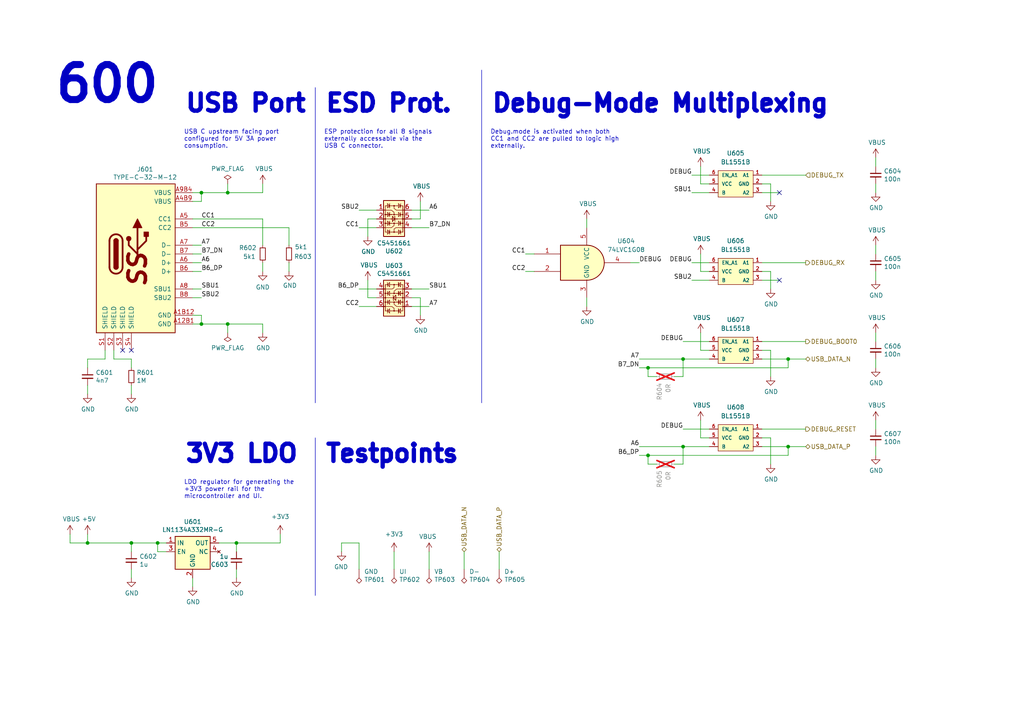
<source format=kicad_sch>
(kicad_sch (version 20231120) (generator "eeschema") (generator_version "8.0")
  (paper "A4")
  (lib_symbols
    (symbol "74xGxx:74LVC1G08"
      (property "Reference" "U" (at -5.08 7.62 0))
      (property "Value" "74LVC1G08" (at 7.62 -7.62 0))
      (symbol "74LVC1G08_0_1"
        (arc (start 0 -5.08) (mid 5.0579 0) (end 0 5.08) (stroke (width 0.254)) (fill (type background)))
        (polyline (pts (xy 0 -5.08) (xy -7.62 -5.08) (xy -7.62 5.08) (xy 0 5.08)) (stroke (width 0.254)) (fill (type background)))
      )
      (symbol "74LVC1G08_1_1"
        (pin input line (at -15.24 2.54 0) (length 7.62) (name "~") (number "1"))
        (pin input line (at -15.24 -2.54 0) (length 7.62) (name "~") (number "2"))
        (pin power_in line (at 0 -10.16 90) (length 5.08) (name "GND") (number "3"))
        (pin output line (at 12.7 0 180) (length 7.62) (name "~") (number "4"))
        (pin power_in line (at 0 10.16 270) (length 5.08) (name "VCC") (number "5"))
      )
    )
    (symbol "Connector:TestPoint_Alt" (pin_numbers hide) (pin_names (offset 0.762) hide)
      (property "Reference" "TP" (at 0 6.858 0))
      (property "Value" "TestPoint_Alt" (at 0 5.08 0))
      (symbol "TestPoint_Alt_0_1"
        (polyline (pts (xy 0 2.54) (xy -0.762 3.302) (xy 0 4.064) (xy 0.762 3.302) (xy 0 2.54)))
      )
      (symbol "TestPoint_Alt_1_1"
        (pin passive line (at 0 0 90) (length 2.54) (name "1") (number "1"))
      )
    )
    (symbol "power:+3V3" (power) (pin_names (offset 0))
      (property "Value" "+3V3" (at 0 3.556 0))
      (symbol "+3V3_0_1"
        (polyline (pts (xy -0.762 1.27) (xy 0 2.54)))
        (polyline (pts (xy 0 0) (xy 0 2.54)))
        (polyline (pts (xy 0 2.54) (xy 0.762 1.27)))
      )
      (symbol "+3V3_1_1"
        (pin power_in line (at 0 0 90) (length 0) hide (name "+3V3") (number "1"))
      )
    )
    (symbol "power:+5V" (power) (pin_names (offset 0))
      (property "Value" "+5V" (at 0 3.556 0))
      (symbol "+5V_0_1"
        (polyline (pts (xy -0.762 1.27) (xy 0 2.54)))
        (polyline (pts (xy 0 0) (xy 0 2.54)))
        (polyline (pts (xy 0 2.54) (xy 0.762 1.27)))
      )
      (symbol "+5V_1_1"
        (pin power_in line (at 0 0 90) (length 0) hide (name "+5V") (number "1"))
      )
    )
    (symbol "power:GND" (power) (pin_names (offset 0))
      (property "Value" "GND" (at 0 -3.81 0))
      (symbol "GND_0_1"
        (polyline (pts (xy 0 0) (xy 0 -1.27) (xy 1.27 -1.27) (xy 0 -2.54) (xy -1.27 -1.27) (xy 0 -1.27)))
      )
      (symbol "GND_1_1"
        (pin power_in line (at 0 0 270) (length 0) hide (name "GND") (number "1"))
      )
    )
    (symbol "power:PWR_FLAG" (power) (pin_numbers hide) (pin_names (offset 0) hide)
      (property "Value" "PWR_FLAG" (at 0 3.81 0))
      (symbol "PWR_FLAG_0_0"
        (pin power_out line (at 0 0 90) (length 0) (name "pwr") (number "1"))
      )
      (symbol "PWR_FLAG_0_1"
        (polyline (pts (xy 0 0) (xy 0 1.27) (xy -1.016 1.905) (xy 0 2.54) (xy 1.016 1.905) (xy 0 1.27)))
      )
    )
    (symbol "power:VBUS" (power) (pin_names (offset 0))
      (property "Value" "VBUS" (at 0 3.81 0))
      (symbol "VBUS_0_1"
        (polyline (pts (xy -0.762 1.27) (xy 0 2.54)))
        (polyline (pts (xy 0 0) (xy 0 2.54)))
        (polyline (pts (xy 0 2.54) (xy 0.762 1.27)))
      )
      (symbol "VBUS_1_1"
        (pin power_in line (at 0 0 90) (length 0) hide (name "VBUS") (number "1"))
      )
    )
    (symbol "suku_basics:BL1551B" (pin_names (offset 1.016))
      (property "Reference" "U" (at 0 5.08 0))
      (property "Value" "BL1551B" (at 0 -5.08 0))
      (symbol "BL1551B_0_1"
        (rectangle (start -5.08 3.81) (end 5.08 -3.81) (fill (type background)))
      )
      (symbol "BL1551B_1_1"
        (pin bidirectional line (at -7.62 2.54 0) (length 2.54) (name "A1") (number "1"))
        (pin power_in line (at -7.62 0 0) (length 2.54) (name "GND") (number "2"))
        (pin bidirectional line (at -7.62 -2.54 0) (length 2.54) (name "A2") (number "3"))
        (pin bidirectional line (at 7.62 -2.54 180) (length 2.54) (name "B") (number "4"))
        (pin power_in line (at 7.62 0 180) (length 2.54) (name "VCC") (number "5"))
        (pin input line (at 7.62 2.54 180) (length 2.54) (name "EN_A1") (number "6"))
      )
    )
    (symbol "suku_basics:CAP" (pin_numbers hide) (pin_names (offset 0.254) hide)
      (property "Reference" "C" (at 0.254 1.778 0))
      (property "Value" "CAP" (at 0.254 -2.032 0))
      (symbol "CAP_0_1"
        (polyline (pts (xy -1.524 -0.508) (xy 1.524 -0.508)) (stroke (width 0.3302)))
        (polyline (pts (xy -1.524 0.508) (xy 1.524 0.508)) (stroke (width 0.3048)))
      )
      (symbol "CAP_1_1"
        (pin passive line (at 0 2.54 270) (length 2.032) (name "~") (number "1"))
        (pin passive line (at 0 -2.54 90) (length 2.032) (name "~") (number "2"))
      )
    )
    (symbol "suku_basics:RES" (pin_numbers hide) (pin_names (offset 0.254) hide)
      (property "Reference" "R" (at 0.762 0.508 0))
      (property "Value" "RES" (at 0.762 -1.016 0))
      (symbol "RES_1_1"
        (rectangle (start -0.762 1.778) (end 0.762 -1.778) (stroke (width 0.2032)))
        (pin passive line (at 0 2.54 270) (length 0.762) (name "~") (number "1"))
        (pin passive line (at 0 -2.54 90) (length 0.762) (name "~") (number "2"))
      )
    )
    (symbol "suku_basics:USB_C_TYPE-C-32-M-12" (pin_names (offset 1.016))
      (property "Reference" "J" (at -10.16 44.45 0))
      (property "Value" "TYPE-C-32-M-12" (at 10.16 44.45 0))
      (symbol "USB_C_TYPE-C-32-M-12_0_0"
        (text "SS" (at -0.762 -4.445 900) (effects (font (size 5.08 5.08) (bold yes) (italic yes))))
      )
      (symbol "USB_C_TYPE-C-32-M-12_0_1"
        (rectangle (start -12.7 20.32) (end 10.16 -22.86) (stroke (width 0.254)) (fill (type background)))
        (arc (start -8.89 -3.81) (mid -6.985 -5.7067) (end -5.08 -3.81) (stroke (width 0.508)))
        (arc (start -7.62 -3.81) (mid -6.985 -4.4423) (end -6.35 -3.81) (stroke (width 0.254)))
        (arc (start -7.62 -3.81) (mid -6.985 -4.4423) (end -6.35 -3.81) (stroke (width 0.254)) (fill (type outline)))
        (rectangle (start -7.62 -3.81) (end -6.35 3.81) (stroke (width 0.254)) (fill (type outline)))
        (arc (start -6.35 3.81) (mid -6.985 4.4423) (end -7.62 3.81) (stroke (width 0.254)))
        (arc (start -6.35 3.81) (mid -6.985 4.4423) (end -7.62 3.81) (stroke (width 0.254)) (fill (type outline)))
        (arc (start -5.08 3.81) (mid -6.985 5.7067) (end -8.89 3.81) (stroke (width 0.508)))
        (circle (center -3.302 4.445) (radius 0.635) (stroke (width 0.254)) (fill (type outline)))
        (polyline (pts (xy -8.89 -3.81) (xy -8.89 3.81)) (stroke (width 0.508)))
        (polyline (pts (xy -5.08 3.81) (xy -5.08 -3.81)) (stroke (width 0.508)))
        (polyline (pts (xy -0.762 -1.27) (xy -0.762 7.62)) (stroke (width 0.508)))
        (polyline (pts (xy -0.762 0) (xy -3.302 2.54) (xy -3.302 3.81)) (stroke (width 0.508)))
        (polyline (pts (xy -0.762 1.27) (xy 1.778 3.81) (xy 1.778 5.08)) (stroke (width 0.508)))
        (polyline (pts (xy -2.032 7.62) (xy -0.762 10.16) (xy 0.508 7.62) (xy -2.032 7.62)) (stroke (width 0.254)) (fill (type outline)))
        (rectangle (start 1.143 5.08) (end 2.413 6.35) (stroke (width 0.254)) (fill (type outline)))
      )
      (symbol "USB_C_TYPE-C-32-M-12_1_1"
        (pin power_in line (at 15.24 -20.32 180) (length 5.08) (name "GND") (number "A12B1"))
        (pin power_in line (at 15.24 -17.78 180) (length 5.08) (name "GND") (number "A1B12"))
        (pin power_in line (at 15.24 15.24 180) (length 5.08) (name "VBUS") (number "A4B9"))
        (pin bidirectional line (at 15.24 10.16 180) (length 5.08) (name "CC1") (number "A5"))
        (pin bidirectional line (at 15.24 -2.54 180) (length 5.08) (name "D+") (number "A6"))
        (pin bidirectional line (at 15.24 2.54 180) (length 5.08) (name "D-") (number "A7"))
        (pin bidirectional line (at 15.24 -10.16 180) (length 5.08) (name "SBU1") (number "A8"))
        (pin power_in line (at 15.24 17.78 180) (length 5.08) (name "VBUS") (number "A9B4"))
        (pin bidirectional line (at 15.24 7.62 180) (length 5.08) (name "CC2") (number "B5"))
        (pin bidirectional line (at 15.24 -5.08 180) (length 5.08) (name "D+") (number "B6"))
        (pin bidirectional line (at 15.24 0 180) (length 5.08) (name "D-") (number "B7"))
        (pin bidirectional line (at 15.24 -12.7 180) (length 5.08) (name "SBU2") (number "B8"))
        (pin passive line (at -10.16 -27.94 90) (length 5.08) (name "SHIELD") (number "S1"))
        (pin passive line (at -7.62 -27.94 90) (length 5.08) (name "SHIELD") (number "S2"))
        (pin passive line (at -5.08 -27.94 90) (length 5.08) (name "SHIELD") (number "S3"))
        (pin passive line (at -2.54 -27.94 90) (length 5.08) (name "SHIELD") (number "S4"))
      )
    )
    (symbol "suku_basics:U_ESD_4ch"
      (property "Reference" "U" (at -6.985 -2.54 0))
      (property "Value" "U_ESD_4ch" (at 6.35 1.27 90))
      (symbol "U_ESD_4ch_0_1"
        (rectangle (start -5.334 3.048) (end 5.08 -3.048) (stroke (width 0.254)) (fill (type background)))
        (circle (center -3.81 0) (radius 0.127))
        (circle (center -3.81 0) (radius 0.127))
        (circle (center -1.27 -2.54) (radius 0.127))
        (circle (center -1.27 -2.54) (radius 0.127))
        (circle (center -1.27 0) (radius 0.127))
        (circle (center -1.27 0) (radius 0.127))
        (circle (center -1.27 2.54) (radius 0.127))
        (circle (center -1.27 2.54) (radius 0.127))
        (circle (center 0 -2.54) (radius 0.127))
        (circle (center 0 -2.54) (radius 0.127))
        (polyline (pts (xy -4.445 -1.27) (xy -3.175 -1.27)))
        (polyline (pts (xy -4.445 -1.27) (xy -3.175 -1.27)))
        (polyline (pts (xy -4.445 1.905) (xy -3.175 1.905)))
        (polyline (pts (xy -3.81 -2.54) (xy -3.81 -0.635)))
        (polyline (pts (xy -3.81 -2.54) (xy 3.81 -2.54)))
        (polyline (pts (xy -3.81 -0.635) (xy -3.81 0.635)))
        (polyline (pts (xy -3.81 0.635) (xy -3.81 2.54)))
        (polyline (pts (xy -3.81 2.54) (xy 3.81 2.54)))
        (polyline (pts (xy -3.81 2.54) (xy 3.81 2.54)))
        (polyline (pts (xy -1.905 -1.27) (xy -0.635 -1.27)))
        (polyline (pts (xy -1.905 -1.27) (xy -0.635 -1.27)))
        (polyline (pts (xy -1.905 1.905) (xy -0.635 1.905)))
        (polyline (pts (xy -1.27 -2.54) (xy -1.27 -0.635)))
        (polyline (pts (xy -1.27 -2.54) (xy -1.27 -0.635)))
        (polyline (pts (xy -1.27 0.635) (xy -1.27 -0.635)))
        (polyline (pts (xy -1.27 0.635) (xy -1.27 2.54)))
        (polyline (pts (xy 0 -0.889) (xy 0 -3.81)))
        (polyline (pts (xy 0 -0.889) (xy 0 1.016)))
        (polyline (pts (xy 0 -0.889) (xy 0 1.016)))
        (polyline (pts (xy 0 1.016) (xy 0 3.81)))
        (polyline (pts (xy 0.635 -1.27) (xy 1.905 -1.27)))
        (polyline (pts (xy 0.635 -1.27) (xy 1.905 -1.27)))
        (polyline (pts (xy 0.635 1.905) (xy 1.905 1.905)))
        (polyline (pts (xy 1.27 -2.54) (xy 1.27 -0.635)))
        (polyline (pts (xy 1.27 -2.54) (xy 1.27 -0.635)))
        (polyline (pts (xy 1.27 0.635) (xy 1.27 -0.635)))
        (polyline (pts (xy 1.27 0.635) (xy 1.27 2.54)))
        (polyline (pts (xy 3.175 -1.27) (xy 4.445 -1.27)))
        (polyline (pts (xy 3.175 -1.27) (xy 4.445 -1.27)))
        (polyline (pts (xy 3.175 1.905) (xy 4.445 1.905)))
        (polyline (pts (xy 3.81 -2.54) (xy 3.81 -0.635)))
        (polyline (pts (xy 3.81 0.635) (xy 3.81 -0.635)))
        (polyline (pts (xy 3.81 0.635) (xy 3.81 2.54)))
        (polyline (pts (xy 0.762 0.254) (xy -0.762 0.254) (xy -0.762 0)))
        (polyline (pts (xy -4.445 -1.905) (xy -3.175 -1.905) (xy -3.81 -1.27) (xy -4.445 -1.905)))
        (polyline (pts (xy -4.445 1.27) (xy -3.175 1.27) (xy -3.81 1.905) (xy -4.445 1.27)))
        (polyline (pts (xy -2.54 -3.81) (xy -2.54 -0.762) (xy -1.905 0) (xy -1.27 0)))
        (polyline (pts (xy -2.54 3.81) (xy -2.54 0.635) (xy -3.048 0) (xy -3.937 0)))
        (polyline (pts (xy -1.905 -1.905) (xy -0.635 -1.905) (xy -1.27 -1.27) (xy -1.905 -1.905)))
        (polyline (pts (xy -1.905 1.27) (xy -0.635 1.27) (xy -1.27 1.905) (xy -1.905 1.27)))
        (polyline (pts (xy -0.762 -0.508) (xy 0.762 -0.508) (xy 0 0.254) (xy -0.762 -0.508)))
        (polyline (pts (xy -0.762 -0.508) (xy 0.762 -0.508) (xy 0 0.254) (xy -0.762 -0.508)))
        (polyline (pts (xy 0.635 -1.905) (xy 1.905 -1.905) (xy 1.27 -1.27) (xy 0.635 -1.905)))
        (polyline (pts (xy 0.635 1.27) (xy 1.905 1.27) (xy 1.27 1.905) (xy 0.635 1.27)))
        (polyline (pts (xy 2.54 -3.81) (xy 2.54 -0.762) (xy 1.905 0) (xy 1.143 0)))
        (polyline (pts (xy 2.54 3.81) (xy 2.54 0.508) (xy 2.921 0) (xy 3.81 0)))
        (polyline (pts (xy 3.175 -1.905) (xy 4.445 -1.905) (xy 3.81 -1.27) (xy 3.175 -1.905)))
        (polyline (pts (xy 3.175 1.27) (xy 4.445 1.27) (xy 3.81 1.905) (xy 3.175 1.27)))
        (circle (center 0 2.54) (radius 0.127))
        (circle (center 0 2.54) (radius 0.127))
        (circle (center 1.27 -2.54) (radius 0.127))
        (circle (center 1.27 -2.54) (radius 0.127))
        (circle (center 1.27 0) (radius 0.127))
        (circle (center 1.27 0) (radius 0.127))
        (circle (center 1.27 2.54) (radius 0.127))
        (circle (center 1.27 2.54) (radius 0.127))
        (circle (center 3.81 0) (radius 0.127))
        (circle (center 3.81 0) (radius 0.127))
      )
      (symbol "U_ESD_4ch_1_1"
        (pin passive line (at -2.54 -5.08 90) (length 2.54) (name "~") (number "1"))
        (pin passive line (at 0 -5.08 90) (length 2.54) (name "~") (number "2"))
        (pin passive line (at 2.54 -5.08 90) (length 2.54) (name "~") (number "3"))
        (pin passive line (at 2.54 5.08 270) (length 2.54) (name "~") (number "4"))
        (pin passive line (at 0 5.08 270) (length 2.54) (name "~") (number "5"))
        (pin passive line (at -2.54 5.08 270) (length 2.54) (name "~") (number "6"))
      )
    )
    (symbol "suku_basics:U_REGULATOR_SOT23-5"
      (property "Reference" "U" (at -3.81 5.715 0))
      (property "Value" "U_REGULATOR_SOT23-5" (at 0 5.715 0))
      (symbol "U_REGULATOR_SOT23-5_0_1"
        (rectangle (start -5.08 4.445) (end 5.08 -5.08) (stroke (width 0.254)) (fill (type background)))
      )
      (symbol "U_REGULATOR_SOT23-5_1_1"
        (pin power_in line (at -7.62 2.54 0) (length 2.54) (name "IN") (number "1"))
        (pin power_in line (at 0 -7.62 90) (length 2.54) (name "GND") (number "2"))
        (pin input line (at -7.62 0 0) (length 2.54) (name "EN") (number "3"))
        (pin no_connect line (at 7.62 0 180) (length 2.54) (name "NC") (number "4"))
        (pin power_out line (at 7.62 2.54 180) (length 2.54) (name "OUT") (number "5"))
      )
    )
  )
  (junction (at 228.6 129.54))
  (junction (at 187.96 106.68))
  (junction (at 58.42 93.98))
  (junction (at 198.12 129.54))
  (junction (at 58.42 55.88))
  (junction (at 45.72 157.48))
  (junction (at 66.04 93.98))
  (junction (at 68.58 157.48))
  (junction (at 228.6 104.14))
  (junction (at 25.4 157.48))
  (junction (at 198.12 104.14))
  (junction (at 38.1 157.48))
  (junction (at 187.96 132.08))
  (junction (at 66.04 55.88))
  (no_connect (at 38.1 101.6))
  (no_connect (at 226.06 55.88))
  (no_connect (at 35.56 101.6))
  (no_connect (at 226.06 81.28))
  (wire (pts (xy 76.2 71.12) (xy 76.2 63.5)))
  (wire (pts (xy 223.52 53.34) (xy 220.98 53.34)))
  (wire (pts (xy 203.2 53.34) (xy 205.74 53.34)))
  (wire (pts (xy 200.66 55.88) (xy 205.74 55.88)))
  (wire (pts (xy 198.12 104.14) (xy 205.74 104.14)))
  (polyline (pts (xy 91.44 127) (xy 91.44 172.72)))
  (wire (pts (xy 25.4 157.48) (xy 38.1 157.48)))
  (wire (pts (xy 55.88 91.44) (xy 58.42 91.44)))
  (wire (pts (xy 106.68 63.5) (xy 109.22 63.5)))
  (wire (pts (xy 220.98 76.2) (xy 233.68 76.2)))
  (wire (pts (xy 104.14 157.48) (xy 104.14 165.1)))
  (wire (pts (xy 119.38 83.82) (xy 124.46 83.82)))
  (wire (pts (xy 99.06 157.48) (xy 104.14 157.48)))
  (wire (pts (xy 170.18 63.5) (xy 170.18 66.04)))
  (wire (pts (xy 144.78 165.1) (xy 144.78 160.02)))
  (wire (pts (xy 190.5 109.22) (xy 187.96 109.22)))
  (wire (pts (xy 83.82 71.12) (xy 83.82 66.04)))
  (wire (pts (xy 68.58 165.1) (xy 68.58 167.64)))
  (wire (pts (xy 76.2 96.52) (xy 76.2 93.98)))
  (wire (pts (xy 198.12 129.54) (xy 205.74 129.54)))
  (wire (pts (xy 114.3 160.02) (xy 114.3 165.1)))
  (wire (pts (xy 68.58 157.48) (xy 68.58 160.02)))
  (wire (pts (xy 254 45.72) (xy 254 48.26)))
  (wire (pts (xy 38.1 157.48) (xy 38.1 160.02)))
  (wire (pts (xy 104.14 88.9) (xy 109.22 88.9)))
  (wire (pts (xy 200.66 50.8) (xy 205.74 50.8)))
  (wire (pts (xy 20.32 157.48) (xy 20.32 154.94)))
  (wire (pts (xy 203.2 127) (xy 205.74 127)))
  (wire (pts (xy 203.2 78.74) (xy 205.74 78.74)))
  (wire (pts (xy 119.38 66.04) (xy 124.46 66.04)))
  (wire (pts (xy 20.32 157.48) (xy 25.4 157.48)))
  (wire (pts (xy 187.96 134.62) (xy 187.96 132.08)))
  (wire (pts (xy 104.14 66.04) (xy 109.22 66.04)))
  (wire (pts (xy 48.26 160.02) (xy 45.72 160.02)))
  (wire (pts (xy 200.66 81.28) (xy 205.74 81.28)))
  (wire (pts (xy 58.42 58.42) (xy 58.42 55.88)))
  (wire (pts (xy 38.1 114.3) (xy 38.1 111.76)))
  (wire (pts (xy 58.42 93.98) (xy 58.42 91.44)))
  (wire (pts (xy 106.68 86.36) (xy 109.22 86.36)))
  (wire (pts (xy 228.6 129.54) (xy 233.68 129.54)))
  (wire (pts (xy 228.6 106.68) (xy 228.6 104.14)))
  (wire (pts (xy 81.28 154.94) (xy 81.28 157.48)))
  (wire (pts (xy 104.14 60.96) (xy 109.22 60.96)))
  (wire (pts (xy 223.52 78.74) (xy 220.98 78.74)))
  (wire (pts (xy 55.88 93.98) (xy 58.42 93.98)))
  (wire (pts (xy 55.88 58.42) (xy 58.42 58.42)))
  (wire (pts (xy 66.04 55.88) (xy 76.2 55.88)))
  (wire (pts (xy 119.38 63.5) (xy 121.92 63.5)))
  (wire (pts (xy 254 129.54) (xy 254 132.08)))
  (wire (pts (xy 170.18 86.36) (xy 170.18 88.9)))
  (wire (pts (xy 254 104.14) (xy 254 106.68)))
  (wire (pts (xy 76.2 93.98) (xy 66.04 93.98)))
  (wire (pts (xy 254 53.34) (xy 254 55.88)))
  (wire (pts (xy 58.42 55.88) (xy 66.04 55.88)))
  (wire (pts (xy 45.72 157.48) (xy 48.26 157.48)))
  (wire (pts (xy 119.38 86.36) (xy 121.92 86.36)))
  (polyline (pts (xy 139.7 20.32) (xy 139.7 116.84)))
  (wire (pts (xy 55.88 83.82) (xy 58.42 83.82)))
  (wire (pts (xy 203.2 101.6) (xy 205.74 101.6)))
  (wire (pts (xy 195.58 109.22) (xy 198.12 109.22)))
  (wire (pts (xy 25.4 106.68) (xy 25.4 104.14)))
  (wire (pts (xy 203.2 121.92) (xy 203.2 127)))
  (wire (pts (xy 121.92 86.36) (xy 121.92 91.44)))
  (wire (pts (xy 223.52 127) (xy 220.98 127)))
  (wire (pts (xy 55.88 73.66) (xy 58.42 73.66)))
  (wire (pts (xy 190.5 134.62) (xy 187.96 134.62)))
  (wire (pts (xy 220.98 124.46) (xy 233.68 124.46)))
  (wire (pts (xy 55.88 71.12) (xy 58.42 71.12)))
  (wire (pts (xy 228.6 104.14) (xy 233.68 104.14)))
  (wire (pts (xy 185.42 132.08) (xy 187.96 132.08)))
  (wire (pts (xy 106.68 63.5) (xy 106.68 68.58)))
  (wire (pts (xy 223.52 101.6) (xy 220.98 101.6)))
  (wire (pts (xy 198.12 124.46) (xy 205.74 124.46)))
  (wire (pts (xy 152.4 73.66) (xy 154.94 73.66)))
  (wire (pts (xy 55.88 66.04) (xy 83.82 66.04)))
  (wire (pts (xy 55.88 63.5) (xy 76.2 63.5)))
  (wire (pts (xy 99.06 160.02) (xy 99.06 157.48)))
  (wire (pts (xy 254 121.92) (xy 254 124.46)))
  (wire (pts (xy 223.52 53.34) (xy 223.52 58.42)))
  (wire (pts (xy 119.38 88.9) (xy 124.46 88.9)))
  (wire (pts (xy 38.1 104.14) (xy 38.1 106.68)))
  (wire (pts (xy 187.96 132.08) (xy 228.6 132.08)))
  (wire (pts (xy 198.12 134.62) (xy 198.12 129.54)))
  (wire (pts (xy 198.12 109.22) (xy 198.12 104.14)))
  (wire (pts (xy 68.58 157.48) (xy 81.28 157.48)))
  (wire (pts (xy 203.2 48.26) (xy 203.2 53.34)))
  (wire (pts (xy 121.92 58.42) (xy 121.92 63.5)))
  (wire (pts (xy 187.96 109.22) (xy 187.96 106.68)))
  (wire (pts (xy 254 96.52) (xy 254 99.06)))
  (wire (pts (xy 55.88 55.88) (xy 58.42 55.88)))
  (wire (pts (xy 45.72 160.02) (xy 45.72 157.48)))
  (wire (pts (xy 119.38 60.96) (xy 124.46 60.96)))
  (wire (pts (xy 25.4 154.94) (xy 25.4 157.48)))
  (polyline (pts (xy 91.44 25.4) (xy 91.44 116.84)))
  (wire (pts (xy 200.66 76.2) (xy 205.74 76.2)))
  (wire (pts (xy 182.88 76.2) (xy 185.42 76.2)))
  (wire (pts (xy 76.2 55.88) (xy 76.2 53.34)))
  (wire (pts (xy 203.2 96.52) (xy 203.2 101.6)))
  (wire (pts (xy 55.88 167.64) (xy 55.88 170.18)))
  (wire (pts (xy 38.1 165.1) (xy 38.1 167.64)))
  (wire (pts (xy 55.88 86.36) (xy 58.42 86.36)))
  (wire (pts (xy 223.52 101.6) (xy 223.52 109.22)))
  (wire (pts (xy 223.52 134.62) (xy 223.52 127)))
  (wire (pts (xy 83.82 78.74) (xy 83.82 76.2)))
  (wire (pts (xy 220.98 55.88) (xy 226.06 55.88)))
  (wire (pts (xy 187.96 106.68) (xy 228.6 106.68)))
  (wire (pts (xy 30.48 101.6) (xy 30.48 104.14)))
  (wire (pts (xy 152.4 78.74) (xy 154.94 78.74)))
  (wire (pts (xy 55.88 76.2) (xy 58.42 76.2)))
  (wire (pts (xy 185.42 106.68) (xy 187.96 106.68)))
  (wire (pts (xy 25.4 104.14) (xy 30.48 104.14)))
  (wire (pts (xy 25.4 114.3) (xy 25.4 111.76)))
  (wire (pts (xy 220.98 99.06) (xy 233.68 99.06)))
  (wire (pts (xy 55.88 78.74) (xy 58.42 78.74)))
  (wire (pts (xy 66.04 93.98) (xy 66.04 96.52)))
  (wire (pts (xy 220.98 104.14) (xy 228.6 104.14)))
  (wire (pts (xy 223.52 83.82) (xy 223.52 78.74)))
  (wire (pts (xy 66.04 93.98) (xy 58.42 93.98)))
  (wire (pts (xy 195.58 134.62) (xy 198.12 134.62)))
  (wire (pts (xy 203.2 73.66) (xy 203.2 78.74)))
  (wire (pts (xy 254 71.12) (xy 254 73.66)))
  (wire (pts (xy 33.02 101.6) (xy 33.02 104.14)))
  (wire (pts (xy 66.04 53.34) (xy 66.04 55.88)))
  (wire (pts (xy 124.46 160.02) (xy 124.46 165.1)))
  (wire (pts (xy 220.98 81.28) (xy 226.06 81.28)))
  (wire (pts (xy 63.5 157.48) (xy 68.58 157.48)))
  (wire (pts (xy 220.98 50.8) (xy 233.68 50.8)))
  (wire (pts (xy 228.6 132.08) (xy 228.6 129.54)))
  (wire (pts (xy 76.2 78.74) (xy 76.2 76.2)))
  (wire (pts (xy 134.62 165.1) (xy 134.62 160.02)))
  (wire (pts (xy 185.42 104.14) (xy 198.12 104.14)))
  (wire (pts (xy 106.68 81.28) (xy 106.68 86.36)))
  (wire (pts (xy 45.72 157.48) (xy 38.1 157.48)))
  (wire (pts (xy 104.14 83.82) (xy 109.22 83.82)))
  (wire (pts (xy 220.98 129.54) (xy 228.6 129.54)))
  (wire (pts (xy 198.12 99.06) (xy 205.74 99.06)))
  (wire (pts (xy 33.02 104.14) (xy 38.1 104.14)))
  (wire (pts (xy 185.42 129.54) (xy 198.12 129.54)))
  (wire (pts (xy 254 78.74) (xy 254 81.28)))
  (text "Debug.mode is activated when both \nCC1 and CC2 are pulled to logic high \nexternally." (at 142.24 43.18 0) (effects (font (size 1.27 1.27)) (justify left bottom)))
  (text "ESP protection for all 8 signals\nexternally accessable via the\nUSB C connector." (at 93.98 43.18 0) (effects (font (size 1.27 1.27)) (justify left bottom)))
  (text "ESD Prot." (at 93.98 33.02 0) (effects (font (size 5 5) (thickness 2.032) (bold yes)) (justify left bottom)))
  (text "Testpoints" (at 93.98 134.62 0) (effects (font (size 5 5) (thickness 2.032) (bold yes)) (justify left bottom)))
  (text "LDO regulator for generating the \n+3V3 power rail for the \nmicrocontroller and UI." (at 53.34 144.78 0) (effects (font (size 1.27 1.27)) (justify left bottom)))
  (text "USB Port" (at 53.34 33.02 0) (effects (font (size 5 5) (thickness 2.032) (bold yes)) (justify left bottom)))
  (text "3V3 LDO" (at 53.34 134.62 0) (effects (font (size 5 5) (thickness 2.032) (bold yes)) (justify left bottom)))
  (text "USB C upstream facing port\nconfigured for 5V 3A power \nconsumption." (at 53.34 43.18 0) (effects (font (size 1.27 1.27)) (justify left bottom)))
  (text "Debug-Mode Multiplexing" (at 142.24 33.02 0) (effects (font (size 5 5) (thickness 2.032) (bold yes)) (justify left bottom)))
  (text "600" (at 15.24 30.48 0) (effects (font (size 10.16 10.16) (thickness 2.032) (bold yes)) (justify left bottom)))
  (label "DEBUG" (at 200.66 50.8 180))
  (label "DEBUG" (at 198.12 124.46 180))
  (label "B6_DP" (at 58.42 78.74 0))
  (label "CC2" (at 152.4 78.74 180))
  (label "B6_DP" (at 104.14 83.82 180))
  (label "B7_DN" (at 58.42 73.66 0))
  (label "DEBUG" (at 185.42 76.2 0))
  (label "A7" (at 58.42 71.12 0))
  (label "CC1" (at 104.14 66.04 180))
  (label "B7_DN" (at 124.46 66.04 0))
  (label "DEBUG" (at 200.66 76.2 180))
  (label "A6" (at 185.42 129.54 180))
  (label "CC1" (at 152.4 73.66 180))
  (label "A7" (at 185.42 104.14 180))
  (label "CC2" (at 58.42 66.04 0))
  (label "A6" (at 58.42 76.2 0))
  (label "SBU2" (at 58.42 86.36 0))
  (label "A7" (at 124.46 88.9 0))
  (label "A6" (at 124.46 60.96 0))
  (label "SBU2" (at 200.66 81.28 180))
  (label "SBU1" (at 58.42 83.82 0))
  (label "DEBUG" (at 198.12 99.06 180))
  (label "B7_DN" (at 185.42 106.68 180))
  (label "SBU1" (at 200.66 55.88 180))
  (label "B6_DP" (at 185.42 132.08 180))
  (label "SBU2" (at 104.14 60.96 180))
  (label "CC2" (at 104.14 88.9 180))
  (label "SBU1" (at 124.46 83.82 0))
  (label "CC1" (at 58.42 63.5 0))
  (hierarchical_label "DEBUG_RX" (shape output) (at 233.68 76.2 0))
  (hierarchical_label "DEBUG_TX" (shape input) (at 233.68 50.8 0))
  (hierarchical_label "DEBUG_BOOT0" (shape output) (at 233.68 99.06 0))
  (hierarchical_label "DEBUG_RESET" (shape output) (at 233.68 124.46 0))
  (hierarchical_label "USB_DATA_N" (shape bidirectional) (at 233.68 104.14 0))
  (hierarchical_label "USB_DATA_N" (shape bidirectional) (at 134.62 160.02 90))
  (hierarchical_label "USB_DATA_P" (shape bidirectional) (at 144.78 160.02 90))
  (hierarchical_label "USB_DATA_P" (shape bidirectional) (at 233.68 129.54 0))
  (symbol (lib_id "Connector:TestPoint_Alt") (at 144.78 165.1 0) (mirror x) (unit 1)
    (property "Reference" "TP605" (at 146.2532 168.0972 0) (effects (justify left)))
    (property "Value" "D+" (at 146.2532 165.7858 0) (effects (justify left)))
    (property "Footprint" "TestPoint:TestPoint_Pad_D1.0mm" (effects (hide yes)))
  )
  (symbol (lib_id "Connector:TestPoint_Alt") (at 134.62 165.1 0) (mirror x) (unit 1)
    (property "Reference" "TP604" (at 136.0932 168.0972 0) (effects (justify left)))
    (property "Value" "D-" (at 136.0932 165.7858 0) (effects (justify left)))
    (property "Footprint" "TestPoint:TestPoint_Pad_D1.0mm" (effects (hide yes)))
  )
  (symbol (lib_id "Connector:TestPoint_Alt") (at 124.46 165.1 0) (mirror x) (unit 1)
    (property "Reference" "TP603" (at 125.9332 168.0972 0) (effects (justify left)))
    (property "Value" "VB" (at 125.9332 165.7858 0) (effects (justify left)))
    (property "Footprint" "TestPoint:TestPoint_Pad_D1.0mm" (effects (hide yes)))
  )
  (symbol (lib_id "Connector:TestPoint_Alt") (at 104.14 165.1 0) (mirror x) (unit 1)
    (property "Reference" "TP601" (at 105.6132 168.0972 0) (effects (justify left)))
    (property "Value" "GND" (at 105.6132 165.7858 0) (effects (justify left)))
    (property "Footprint" "TestPoint:TestPoint_Pad_1.0x1.0mm" (effects (hide yes)))
  )
  (symbol (lib_id "power:VBUS") (at 124.46 160.02 0) (mirror y) (unit 1)
    (property "Reference" "#PWR0619" (effects (hide yes)))
    (property "Value" "VBUS" (at 124.079 155.6258 0))
  )
  (symbol (lib_id "power:GND") (at 99.06 160.02 0) (mirror y) (unit 1)
    (property "Reference" "#PWR0613" (effects (hide yes)))
    (property "Value" "GND" (at 98.933 164.4142 0))
  )
  (symbol (lib_id "suku_basics:U_REGULATOR_SOT23-5") (at 55.88 160.02 0) (unit 1)
    (property "Reference" "U601" (at 55.88 151.3332 0))
    (property "Value" "LN1134A332MR-G" (at 55.88 153.6446 0))
    (property "Footprint" "suku_basics:SOT-23-5" (effects (hide yes)))
    (property "Datasheet" "http://www.ti.com/lit/ds/symlink/tlv712.pdf" (effects (hide yes)))
  )
  (symbol (lib_id "power:GND") (at 68.58 167.64 0) (unit 1)
    (property "Reference" "#PWR0607" (effects (hide yes)))
    (property "Value" "GND" (at 68.707 172.0342 0))
  )
  (symbol (lib_id "suku_basics:CAP") (at 38.1 162.56 0) (unit 1)
    (property "Reference" "C602" (at 40.4368 161.3916 0) (effects (justify left)))
    (property "Value" "1u" (at 40.4368 163.703 0) (effects (justify left)))
    (property "Footprint" "suku_basics:CAP_0402" (effects (hide yes)))
  )
  (symbol (lib_id "suku_basics:CAP") (at 68.58 162.56 180) (unit 1)
    (property "Reference" "C603" (at 66.2432 163.7284 0) (effects (justify left)))
    (property "Value" "1u" (at 66.2432 161.417 0) (effects (justify left)))
    (property "Footprint" "suku_basics:CAP_0402" (effects (hide yes)))
  )
  (symbol (lib_id "power:+5V") (at 25.4 154.94 0) (unit 1)
    (property "Reference" "#PWR0603" (effects (hide yes)))
    (property "Value" "+5V" (at 25.781 150.5458 0))
  )
  (symbol (lib_id "power:VBUS") (at 20.32 154.94 0) (unit 1)
    (property "Reference" "#PWR0601" (effects (hide yes)))
    (property "Value" "VBUS" (at 20.701 150.5458 0))
  )
  (symbol (lib_id "suku_basics:RES") (at 83.82 73.66 0) (mirror y) (unit 1)
    (property "Reference" "R603" (at 90.424 74.422 0) (effects (justify left)))
    (property "Value" "5k1" (at 89.154 71.628 0) (effects (justify left)))
    (property "Footprint" "suku_basics:RES_0402" (effects (hide yes)))
  )
  (symbol (lib_id "power:GND") (at 83.82 78.74 0) (mirror y) (unit 1)
    (property "Reference" "#PWR0612" (effects (hide yes)))
    (property "Value" "GND" (at 84.074 82.804 0))
  )
  (symbol (lib_id "suku_basics:RES") (at 76.2 73.66 0) (mirror y) (unit 1)
    (property "Reference" "R602" (at 74.422 71.882 0) (effects (justify left)))
    (property "Value" "5k1" (at 74.168 74.422 0) (effects (justify left)))
    (property "Footprint" "suku_basics:RES_0402" (effects (hide yes)))
  )
  (symbol (lib_id "power:GND") (at 76.2 78.74 0) (mirror y) (unit 1)
    (property "Reference" "#PWR0609" (effects (hide yes)))
    (property "Value" "GND" (at 76.2 83.312 0))
  )
  (symbol (lib_id "suku_basics:USB_C_TYPE-C-32-M-12") (at 40.64 73.66 0) (unit 1)
    (property "Reference" "J601" (at 42.0878 49.0982 0))
    (property "Value" "TYPE-C-32-M-12" (at 42.0878 51.4096 0))
    (property "Footprint" "suku_basics:USB_C_Korean_Hroparts_TYPE-C-31-M-12" (effects (hide yes)))
  )
  (symbol (lib_id "power:GND") (at 38.1 114.3 0) (unit 1)
    (property "Reference" "#PWR0604" (effects (hide yes)))
    (property "Value" "GND" (at 38.227 118.6942 0))
  )
  (symbol (lib_id "suku_basics:RES") (at 38.1 109.22 0) (unit 1)
    (property "Reference" "R601" (at 39.5986 108.0516 0) (effects (justify left)))
    (property "Value" "1M" (at 39.5986 110.363 0) (effects (justify left)))
    (property "Footprint" "suku_basics:RES_0402" (effects (hide yes)))
  )
  (symbol (lib_id "power:GND") (at 25.4 114.3 0) (unit 1)
    (property "Reference" "#PWR0602" (effects (hide yes)))
    (property "Value" "GND" (at 25.527 118.6942 0))
  )
  (symbol (lib_id "suku_basics:CAP") (at 25.4 109.22 0) (unit 1)
    (property "Reference" "C601" (at 27.7368 108.0516 0) (effects (justify left)))
    (property "Value" "4n7" (at 27.7368 110.363 0) (effects (justify left)))
    (property "Footprint" "suku_basics:CAP_0402" (effects (hide yes)))
  )
  (symbol (lib_id "power:VBUS") (at 76.2 53.34 0) (unit 1)
    (property "Reference" "#PWR0608" (effects (hide yes)))
    (property "Value" "VBUS" (at 76.581 48.9458 0))
  )
  (symbol (lib_id "power:PWR_FLAG") (at 66.04 53.34 0) (unit 1)
    (property "Reference" "#FLG0601" (effects (hide yes)))
    (property "Value" "PWR_FLAG" (at 66.04 48.9458 0))
  )
  (symbol (lib_id "power:GND") (at 76.2 96.52 0) (unit 1)
    (property "Reference" "#PWR0610" (effects (hide yes)))
    (property "Value" "GND" (at 76.327 100.9142 0))
  )
  (symbol (lib_id "power:PWR_FLAG") (at 66.04 96.52 180) (unit 1)
    (property "Reference" "#FLG0602" (effects (hide yes)))
    (property "Value" "PWR_FLAG" (at 66.04 100.9142 0))
  )
  (symbol (lib_id "suku_basics:BL1551B") (at 213.36 101.6 0) (mirror y) (unit 1)
    (property "Reference" "U607" (at 213.36 92.71 0))
    (property "Value" "BL1551B" (at 213.36 95.25 0))
    (property "Footprint" "suku_basics:SOT-363_SC-70-6" (effects (hide yes)))
    (property "Datasheet" "https://datasheet.lcsc.com/lcsc/2201121900_BL-Shanghai-Belling-BL1551B_C2944066.pdf" (effects (hide yes)))
    (property "Description" "Single Analog Switch" (effects (hide yes)))
  )
  (symbol (lib_id "power:GND") (at 254 55.88 0) (unit 1)
    (property "Reference" "#PWR0631" (effects (hide yes)))
    (property "Value" "GND" (at 254.127 60.2742 0))
  )
  (symbol (lib_id "suku_basics:BL1551B") (at 213.36 53.34 0) (mirror y) (unit 1)
    (property "Reference" "U605" (at 213.36 44.45 0))
    (property "Value" "BL1551B" (at 213.36 46.99 0))
    (property "Footprint" "suku_basics:SOT-363_SC-70-6" (effects (hide yes)))
    (property "Datasheet" "https://datasheet.lcsc.com/lcsc/2201121900_BL-Shanghai-Belling-BL1551B_C2944066.pdf" (effects (hide yes)))
    (property "Description" "Single Analog Switch" (effects (hide yes)))
  )
  (symbol (lib_id "suku_basics:CAP") (at 254 76.2 0) (unit 1)
    (property "Reference" "C605" (at 256.3368 75.0316 0) (effects (justify left)))
    (property "Value" "100n" (at 256.3368 77.343 0) (effects (justify left)))
    (property "Footprint" "suku_basics:CAP_0402" (effects (hide yes)))
  )
  (symbol (lib_id "power:GND") (at 223.52 83.82 0) (unit 1)
    (property "Reference" "#PWR0627" (effects (hide yes)))
    (property "Value" "GND" (at 223.647 88.2142 0))
  )
  (symbol (lib_id "power:GND") (at 254 132.08 0) (unit 1)
    (property "Reference" "#PWR0637" (effects (hide yes)))
    (property "Value" "GND" (at 254.127 136.4742 0))
  )
  (symbol (lib_id "power:VBUS") (at 203.2 73.66 0) (unit 1)
    (property "Reference" "#PWR0623" (effects (hide yes)))
    (property "Value" "VBUS" (at 203.581 69.2658 0))
  )
  (symbol (lib_id "power:+3V3") (at 114.3 160.02 0) (mirror y) (unit 1)
    (property "Reference" "#PWR0616" (effects (hide yes)))
    (property "Value" "+3V3" (at 114.3 154.94 0))
  )
  (symbol (lib_id "suku_basics:CAP") (at 254 127 0) (unit 1)
    (property "Reference" "C607" (at 256.3368 125.8316 0) (effects (justify left)))
    (property "Value" "100n" (at 256.3368 128.143 0) (effects (justify left)))
    (property "Footprint" "suku_basics:CAP_0402" (effects (hide yes)))
  )
  (symbol (lib_id "power:GND") (at 223.52 134.62 0) (unit 1)
    (property "Reference" "#PWR0629" (effects (hide yes)))
    (property "Value" "GND" (at 223.647 139.0142 0))
  )
  (symbol (lib_id "power:GND") (at 55.88 170.18 0) (unit 1)
    (property "Reference" "#PWR0606" (effects (hide yes)))
    (property "Value" "GND" (at 56.007 174.5742 0))
  )
  (symbol (lib_id "suku_basics:RES") (at 193.04 134.62 90) (mirror x) (unit 1) (dnp yes)
    (property "Reference" "R605" (at 191.262 136.398 0) (effects (justify left)))
    (property "Value" "0R" (at 193.802 136.652 0) (effects (justify left)))
    (property "Footprint" "suku_basics:RES_0402" (effects (hide yes)))
  )
  (symbol (lib_id "suku_basics:BL1551B") (at 213.36 127 0) (mirror y) (unit 1)
    (property "Reference" "U608" (at 213.36 118.11 0))
    (property "Value" "BL1551B" (at 213.36 120.65 0))
    (property "Footprint" "suku_basics:SOT-363_SC-70-6" (effects (hide yes)))
    (property "Datasheet" "https://datasheet.lcsc.com/lcsc/2201121900_BL-Shanghai-Belling-BL1551B_C2944066.pdf" (effects (hide yes)))
    (property "Description" "Single Analog Switch" (effects (hide yes)))
  )
  (symbol (lib_id "power:GND") (at 170.18 88.9 0) (unit 1)
    (property "Reference" "#PWR0621" (effects (hide yes)))
    (property "Value" "GND" (at 170.307 93.2942 0))
  )
  (symbol (lib_id "power:GND") (at 38.1 167.64 0) (unit 1)
    (property "Reference" "#PWR0605" (effects (hide yes)))
    (property "Value" "GND" (at 38.227 172.0342 0))
  )
  (symbol (lib_id "power:GND") (at 106.68 68.58 0) (unit 1)
    (property "Reference" "#PWR0614" (effects (hide yes)))
    (property "Value" "GND" (at 106.807 72.9742 0))
  )
  (symbol (lib_id "suku_basics:BL1551B") (at 213.36 78.74 0) (mirror y) (unit 1)
    (property "Reference" "U606" (at 213.36 69.85 0))
    (property "Value" "BL1551B" (at 213.36 72.39 0))
    (property "Footprint" "suku_basics:SOT-363_SC-70-6" (effects (hide yes)))
    (property "Datasheet" "https://datasheet.lcsc.com/lcsc/2201121900_BL-Shanghai-Belling-BL1551B_C2944066.pdf" (effects (hide yes)))
    (property "Description" "Single Analog Switch" (effects (hide yes)))
  )
  (symbol (lib_id "power:VBUS") (at 203.2 96.52 0) (unit 1)
    (property "Reference" "#PWR0624" (effects (hide yes)))
    (property "Value" "VBUS" (at 203.581 92.1258 0))
  )
  (symbol (lib_id "suku_basics:U_ESD_4ch") (at 114.3 63.5 270) (unit 1)
    (property "Reference" "U602" (at 114.3 72.8218 90))
    (property "Value" "C5451661" (at 114.3 70.5104 90))
    (property "Footprint" "suku_basics:SOT-23-6" (effects (hide yes)))
    (property "Datasheet" "http://www.onsemi.com/pub_link/Collateral/NUP4202W1-D.PDF" (effects (hide yes)))
  )
  (symbol (lib_id "power:VBUS") (at 203.2 121.92 0) (unit 1)
    (property "Reference" "#PWR0625" (effects (hide yes)))
    (property "Value" "VBUS" (at 203.581 117.5258 0))
  )
  (symbol (lib_id "power:VBUS") (at 254 121.92 0) (unit 1)
    (property "Reference" "#PWR0636" (effects (hide yes)))
    (property "Value" "VBUS" (at 254.381 117.5258 0))
  )
  (symbol (lib_id "power:VBUS") (at 106.68 81.28 0) (unit 1)
    (property "Reference" "#PWR0615" (effects (hide yes)))
    (property "Value" "VBUS" (at 107.061 76.8858 0))
  )
  (symbol (lib_id "power:VBUS") (at 121.92 58.42 0) (unit 1)
    (property "Reference" "#PWR0617" (effects (hide yes)))
    (property "Value" "VBUS" (at 122.301 54.0258 0))
  )
  (symbol (lib_id "power:VBUS") (at 203.2 48.26 0) (unit 1)
    (property "Reference" "#PWR0622" (effects (hide yes)))
    (property "Value" "VBUS" (at 203.581 43.8658 0))
  )
  (symbol (lib_id "power:VBUS") (at 254 96.52 0) (unit 1)
    (property "Reference" "#PWR0634" (effects (hide yes)))
    (property "Value" "VBUS" (at 254.381 92.1258 0))
  )
  (symbol (lib_id "power:GND") (at 121.92 91.44 0) (unit 1)
    (property "Reference" "#PWR0618" (effects (hide yes)))
    (property "Value" "GND" (at 122.047 95.8342 0))
  )
  (symbol (lib_id "power:VBUS") (at 254 45.72 0) (unit 1)
    (property "Reference" "#PWR0630" (effects (hide yes)))
    (property "Value" "VBUS" (at 254.381 41.3258 0))
  )
  (symbol (lib_id "power:VBUS") (at 170.18 63.5 0) (unit 1)
    (property "Reference" "#PWR0620" (effects (hide yes)))
    (property "Value" "VBUS" (at 170.561 59.1058 0))
  )
  (symbol (lib_id "power:VBUS") (at 254 71.12 0) (unit 1)
    (property "Reference" "#PWR0632" (effects (hide yes)))
    (property "Value" "VBUS" (at 254.381 66.7258 0))
  )
  (symbol (lib_id "power:GND") (at 254 81.28 0) (unit 1)
    (property "Reference" "#PWR0633" (effects (hide yes)))
    (property "Value" "GND" (at 254.127 85.6742 0))
  )
  (symbol (lib_id "suku_basics:CAP") (at 254 50.8 0) (unit 1)
    (property "Reference" "C604" (at 256.3368 49.6316 0) (effects (justify left)))
    (property "Value" "100n" (at 256.3368 51.943 0) (effects (justify left)))
    (property "Footprint" "suku_basics:CAP_0402" (effects (hide yes)))
  )
  (symbol (lib_id "power:+3V3") (at 81.28 154.94 0) (unit 1)
    (property "Reference" "#PWR0611" (effects (hide yes)))
    (property "Value" "+3V3" (at 81.28 149.86 0))
  )
  (symbol (lib_id "power:GND") (at 254 106.68 0) (unit 1)
    (property "Reference" "#PWR0635" (effects (hide yes)))
    (property "Value" "GND" (at 254.127 111.0742 0))
  )
  (symbol (lib_id "Connector:TestPoint_Alt") (at 114.3 165.1 0) (mirror x) (unit 1)
    (property "Reference" "TP602" (at 115.7732 168.0972 0) (effects (justify left)))
    (property "Value" "UI" (at 115.7732 165.7858 0) (effects (justify left)))
    (property "Footprint" "TestPoint:TestPoint_Pad_D1.0mm" (effects (hide yes)))
  )
  (symbol (lib_id "suku_basics:RES") (at 193.04 109.22 90) (mirror x) (unit 1) (dnp yes)
    (property "Reference" "R604" (at 191.262 110.998 0) (effects (justify left)))
    (property "Value" "0R" (at 193.802 111.252 0) (effects (justify left)))
    (property "Footprint" "suku_basics:RES_0402" (effects (hide yes)))
  )
  (symbol (lib_id "power:GND") (at 223.52 58.42 0) (unit 1)
    (property "Reference" "#PWR0626" (effects (hide yes)))
    (property "Value" "GND" (at 223.647 62.8142 0))
  )
  (symbol (lib_id "suku_basics:CAP") (at 254 101.6 0) (unit 1)
    (property "Reference" "C606" (at 256.3368 100.4316 0) (effects (justify left)))
    (property "Value" "100n" (at 256.3368 102.743 0) (effects (justify left)))
    (property "Footprint" "suku_basics:CAP_0402" (effects (hide yes)))
  )
  (symbol (lib_id "suku_basics:U_ESD_4ch") (at 114.3 86.36 90) (unit 1)
    (property "Reference" "U603" (at 114.3 77.0382 90))
    (property "Value" "C5451661" (at 114.3 79.3496 90))
    (property "Footprint" "suku_basics:SOT-23-6" (effects (hide yes)))
    (property "Datasheet" "http://www.onsemi.com/pub_link/Collateral/NUP4202W1-D.PDF" (effects (hide yes)))
  )
  (symbol (lib_id "74xGxx:74LVC1G08") (at 170.18 76.2 0) (unit 1)
    (property "Reference" "U604" (at 181.61 69.8814 0))
    (property "Value" "74LVC1G08" (at 181.61 72.4214 0))
    (property "Footprint" "suku_basics:SOT-23-5-AND-TSSOP5" (effects (hide yes)))
    (property "Datasheet" "https://www.ti.com/lit/ds/symlink/sn74lvc1g08.pdf" (effects (hide yes)))
    (property "Description" "Single AND Gate, Low-Voltage CMOS" (effects (hide yes)))
  )
  (symbol (lib_id "power:GND") (at 223.52 109.22 0) (unit 1)
    (property "Reference" "#PWR0628" (effects (hide yes)))
    (property "Value" "GND" (at 223.647 113.6142 0))
  )
)
</source>
